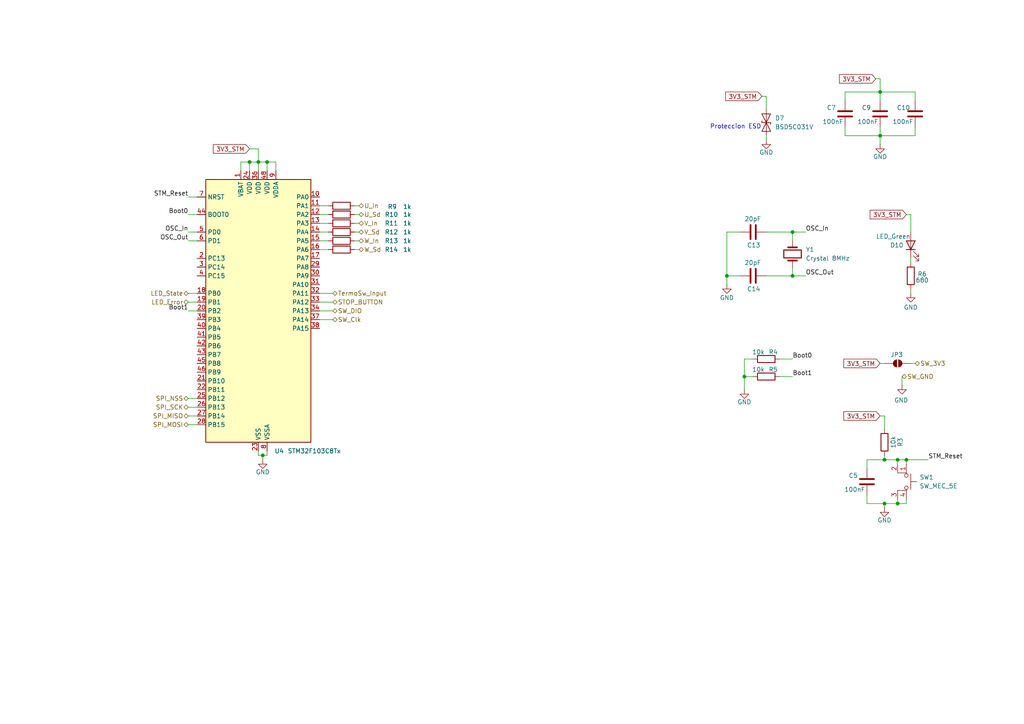
<source format=kicad_sch>
(kicad_sch (version 20250114) (generator "eeschema") (generator_version "9.0")
  (paper "A4")
  (title_block (title "Variador de frecuencia LVDC") (date "2025-08-05") (rev "0") (company "Andrenacci - Carra"))
  (lib_symbols
    (symbol "Device:C" (pin_numbers (hide yes)) (pin_names (offset 0.254))
      (property "Reference" "C" (at 0.635 2.54 0))
      (property "Value" "C" (at 0.635 -2.54 0))
      (symbol "C_0_1"
        (polyline (pts (xy -2.032 0.762) (xy 2.032 0.762)) (stroke (width 0.508)))
        (polyline (pts (xy -2.032 -0.762) (xy 2.032 -0.762)) (stroke (width 0.508)))
      )
      (symbol "C_1_1"
        (pin passive line (at 0 3.81 270) (length 2.794) (name "~") (number "1"))
        (pin passive line (at 0 -3.81 90) (length 2.794) (name "~") (number "2"))
      )
    )
    (symbol "Device:Crystal" (pin_numbers (hide yes)) (pin_names (offset 1.016) (hide yes))
      (property "Reference" "Y" (at 0 3.81 0))
      (property "Value" "Crystal" (at 0 -3.81 0))
      (symbol "Crystal_0_1"
        (polyline (pts (xy -2.54 0) (xy -1.905 0)))
        (polyline (pts (xy -1.905 -1.27) (xy -1.905 1.27)) (stroke (width 0.508)))
        (rectangle (start -1.143 2.54) (end 1.143 -2.54) (stroke (width 0.3048)))
        (polyline (pts (xy 1.905 -1.27) (xy 1.905 1.27)) (stroke (width 0.508)))
        (polyline (pts (xy 2.54 0) (xy 1.905 0)))
      )
      (symbol "Crystal_1_1"
        (pin passive line (at -3.81 0 0) (length 1.27) (name "1") (number "1"))
        (pin passive line (at 3.81 0 180) (length 1.27) (name "2") (number "2"))
      )
    )
    (symbol "Device:LED" (pin_numbers (hide yes)) (pin_names (offset 1.016) (hide yes))
      (property "Reference" "D" (at 0 2.54 0))
      (property "Value" "LED" (at 0 -2.54 0))
      (symbol "LED_0_1"
        (polyline (pts (xy -3.048 -0.762) (xy -4.572 -2.286) (xy -3.81 -2.286) (xy -4.572 -2.286) (xy -4.572 -1.524)))
        (polyline (pts (xy -1.778 -0.762) (xy -3.302 -2.286) (xy -2.54 -2.286) (xy -3.302 -2.286) (xy -3.302 -1.524)))
        (polyline (pts (xy -1.27 0) (xy 1.27 0)))
        (polyline (pts (xy -1.27 -1.27) (xy -1.27 1.27)) (stroke (width 0.254)))
        (polyline (pts (xy 1.27 -1.27) (xy 1.27 1.27) (xy -1.27 0) (xy 1.27 -1.27)) (stroke (width 0.254)))
      )
      (symbol "LED_1_1"
        (pin passive line (at -3.81 0 0) (length 2.54) (name "K") (number "1"))
        (pin passive line (at 3.81 0 180) (length 2.54) (name "A") (number "2"))
      )
    )
    (symbol "Device:R" (pin_numbers (hide yes)) (pin_names (offset 0))
      (property "Reference" "R" (at 2.032 0 90))
      (property "Value" "R" (at 0 0 90))
      (symbol "R_0_1"
        (rectangle (start -1.016 -2.54) (end 1.016 2.54) (stroke (width 0.254)))
      )
      (symbol "R_1_1"
        (pin passive line (at 0 3.81 270) (length 1.27) (name "~") (number "1"))
        (pin passive line (at 0 -3.81 90) (length 1.27) (name "~") (number "2"))
      )
    )
    (symbol "Diode:SZESD9B5.0ST5G" (pin_numbers (hide yes)) (pin_names (offset 1.016) (hide yes))
      (property "Reference" "D" (at 0 2.54 0))
      (property "Value" "SZESD9B5.0ST5G" (at 0 -2.54 0))
      (symbol "SZESD9B5.0ST5G_0_1"
        (polyline (pts (xy -2.54 -1.27) (xy 0 0) (xy -2.54 1.27) (xy -2.54 -1.27)) (stroke (width 0.2032)))
        (polyline (pts (xy 0.508 1.27) (xy 0 1.27) (xy 0 -1.27) (xy -0.508 -1.27)) (stroke (width 0.2032)))
        (polyline (pts (xy 1.27 0) (xy -1.27 0)))
        (polyline (pts (xy 2.54 1.27) (xy 2.54 -1.27) (xy 0 0) (xy 2.54 1.27)) (stroke (width 0.2032)))
      )
      (symbol "SZESD9B5.0ST5G_1_1"
        (pin passive line (at -3.81 0 0) (length 2.54) (name "A1") (number "1"))
        (pin passive line (at 3.81 0 180) (length 2.54) (name "A2") (number "2"))
      )
    )
    (symbol "Jumper:SolderJumper_2_Open" (pin_numbers (hide yes)) (pin_names (offset 0) (hide yes)) (in_bom no)
      (property "Reference" "JP" (at 0 2.032 0))
      (property "Value" "SolderJumper_2_Open" (at 0 -2.54 0))
      (symbol "SolderJumper_2_Open_0_1"
        (polyline (pts (xy -0.254 1.016) (xy -0.254 -1.016)))
        (arc (start -0.254 -1.016) (mid -1.2656 0) (end -0.254 1.016))
        (arc (start -0.254 -1.016) (mid -1.2656 0) (end -0.254 1.016) (fill (type outline)))
        (arc (start 0.254 1.016) (mid 1.2656 0) (end 0.254 -1.016))
        (arc (start 0.254 1.016) (mid 1.2656 0) (end 0.254 -1.016) (fill (type outline)))
        (polyline (pts (xy 0.254 1.016) (xy 0.254 -1.016)))
      )
      (symbol "SolderJumper_2_Open_1_1"
        (pin passive line (at -3.81 0 0) (length 2.54) (name "A") (number "1"))
        (pin passive line (at 3.81 0 180) (length 2.54) (name "B") (number "2"))
      )
    )
    (symbol "MCU_ST_STM32F1:STM32F103C8Tx"
      (property "Reference" "U" (at -15.24 39.37 0))
      (property "Value" "STM32F103C8Tx" (at 7.62 39.37 0))
      (symbol "STM32F103C8Tx_0_1"
        (rectangle (start -15.24 -38.1) (end 15.24 38.1) (stroke (width 0.254)) (fill (type background)))
      )
      (symbol "STM32F103C8Tx_1_1"
        (pin input line (at -17.78 33.02 0) (length 2.54) (name "NRST") (number "7"))
        (pin input line (at -17.78 27.94 0) (length 2.54) (name "BOOT0") (number "44"))
        (pin bidirectional line (at -17.78 22.86 0) (length 2.54) (name "PD0") (number "5"))
        (pin bidirectional line (at -17.78 20.32 0) (length 2.54) (name "PD1") (number "6"))
        (pin bidirectional line (at -17.78 15.24 0) (length 2.54) (name "PC13") (number "2"))
        (pin bidirectional line (at -17.78 12.7 0) (length 2.54) (name "PC14") (number "3"))
        (pin bidirectional line (at -17.78 10.16 0) (length 2.54) (name "PC15") (number "4"))
        (pin bidirectional line (at -17.78 5.08 0) (length 2.54) (name "PB0") (number "18"))
        (pin bidirectional line (at -17.78 2.54 0) (length 2.54) (name "PB1") (number "19"))
        (pin bidirectional line (at -17.78 0 0) (length 2.54) (name "PB2") (number "20"))
        (pin bidirectional line (at -17.78 -2.54 0) (length 2.54) (name "PB3") (number "39"))
        (pin bidirectional line (at -17.78 -5.08 0) (length 2.54) (name "PB4") (number "40"))
        (pin bidirectional line (at -17.78 -7.62 0) (length 2.54) (name "PB5") (number "41"))
        (pin bidirectional line (at -17.78 -10.16 0) (length 2.54) (name "PB6") (number "42"))
        (pin bidirectional line (at -17.78 -12.7 0) (length 2.54) (name "PB7") (number "43"))
        (pin bidirectional line (at -17.78 -15.24 0) (length 2.54) (name "PB8") (number "45"))
        (pin bidirectional line (at -17.78 -17.78 0) (length 2.54) (name "PB9") (number "46"))
        (pin bidirectional line (at -17.78 -20.32 0) (length 2.54) (name "PB10") (number "21"))
        (pin bidirectional line (at -17.78 -22.86 0) (length 2.54) (name "PB11") (number "22"))
        (pin bidirectional line (at -17.78 -25.4 0) (length 2.54) (name "PB12") (number "25"))
        (pin bidirectional line (at -17.78 -27.94 0) (length 2.54) (name "PB13") (number "26"))
        (pin bidirectional line (at -17.78 -30.48 0) (length 2.54) (name "PB14") (number "27"))
        (pin bidirectional line (at -17.78 -33.02 0) (length 2.54) (name "PB15") (number "28"))
        (pin power_in line (at -5.08 40.64 270) (length 2.54) (name "VBAT") (number "1"))
        (pin power_in line (at -2.54 40.64 270) (length 2.54) (name "VDD") (number "24"))
        (pin power_in line (at 0 40.64 270) (length 2.54) (name "VDD") (number "36"))
        (pin power_in line (at 0 -40.64 90) (length 2.54) (name "VSS") (number "23"))
        (pin passive line (at 0 -40.64 90) (length 2.54) (hide yes) (name "VSS") (number "35"))
        (pin passive line (at 0 -40.64 90) (length 2.54) (hide yes) (name "VSS") (number "47"))
        (pin power_in line (at 2.54 40.64 270) (length 2.54) (name "VDD") (number "48"))
        (pin power_in line (at 2.54 -40.64 90) (length 2.54) (name "VSSA") (number "8"))
        (pin power_in line (at 5.08 40.64 270) (length 2.54) (name "VDDA") (number "9"))
        (pin bidirectional line (at 17.78 33.02 180) (length 2.54) (name "PA0") (number "10"))
        (pin bidirectional line (at 17.78 30.48 180) (length 2.54) (name "PA1") (number "11"))
        (pin bidirectional line (at 17.78 27.94 180) (length 2.54) (name "PA2") (number "12"))
        (pin bidirectional line (at 17.78 25.4 180) (length 2.54) (name "PA3") (number "13"))
        (pin bidirectional line (at 17.78 22.86 180) (length 2.54) (name "PA4") (number "14"))
        (pin bidirectional line (at 17.78 20.32 180) (length 2.54) (name "PA5") (number "15"))
        (pin bidirectional line (at 17.78 17.78 180) (length 2.54) (name "PA6") (number "16"))
        (pin bidirectional line (at 17.78 15.24 180) (length 2.54) (name "PA7") (number "17"))
        (pin bidirectional line (at 17.78 12.7 180) (length 2.54) (name "PA8") (number "29"))
        (pin bidirectional line (at 17.78 10.16 180) (length 2.54) (name "PA9") (number "30"))
        (pin bidirectional line (at 17.78 7.62 180) (length 2.54) (name "PA10") (number "31"))
        (pin bidirectional line (at 17.78 5.08 180) (length 2.54) (name "PA11") (number "32"))
        (pin bidirectional line (at 17.78 2.54 180) (length 2.54) (name "PA12") (number "33"))
        (pin bidirectional line (at 17.78 0 180) (length 2.54) (name "PA13") (number "34"))
        (pin bidirectional line (at 17.78 -2.54 180) (length 2.54) (name "PA14") (number "37"))
        (pin bidirectional line (at 17.78 -5.08 180) (length 2.54) (name "PA15") (number "38"))
      )
    )
    (symbol "Switch:SW_MEC_5E" (pin_names (offset 1.016) (hide yes))
      (property "Reference" "SW" (at 0.635 5.715 0))
      (property "Value" "SW_MEC_5E" (at 0 -3.175 0))
      (symbol "SW_MEC_5E_0_1"
        (polyline (pts (xy -2.54 0) (xy -2.54 2.54) (xy -2.286 2.54)))
        (polyline (pts (xy -2.286 3.81) (xy 2.286 3.81)))
        (circle (center -1.778 2.54) (radius 0.508))
        (polyline (pts (xy 0 3.81) (xy 0 5.588)))
        (circle (center 1.778 2.54) (radius 0.508))
        (polyline (pts (xy 2.54 0) (xy 2.54 2.54) (xy 2.286 2.54)))
        (pin passive line (at -5.08 2.54 0) (length 2.54) (name "1") (number "1"))
        (pin passive line (at -5.08 0 0) (length 2.54) (name "2") (number "2"))
        (pin passive line (at 5.08 2.54 180) (length 2.54) (name "A") (number "4"))
        (pin passive line (at 5.08 0 180) (length 2.54) (name "K") (number "3"))
      )
    )
    (symbol "power:GND" (power) (pin_numbers (hide yes)) (pin_names (offset 0) (hide yes))
      (property "Value" "GND" (at 0 -3.81 0))
      (symbol "GND_0_1"
        (polyline (pts (xy 0 0) (xy 0 -1.27) (xy 1.27 -1.27) (xy 0 -2.54) (xy -1.27 -1.27) (xy 0 -1.27)))
      )
      (symbol "GND_1_1"
        (pin power_in line (at 0 0 270) (length 0) (name "~") (number "1"))
      )
    )
  )
  (text "Proteccion ESD" (at 213.36 36.83 0) (effects (font (size 1.27 1.27))))
  (junction (at 260.35 146.05))
  (junction (at 77.47 46.99))
  (junction (at 210.82 80.01))
  (junction (at 256.54 146.05))
  (junction (at 255.27 39.37))
  (junction (at 260.35 133.35))
  (junction (at 255.27 26.67))
  (junction (at 74.93 46.99))
  (junction (at 76.2 132.08))
  (junction (at 256.54 133.35))
  (junction (at 262.89 133.35))
  (junction (at 229.87 80.01))
  (junction (at 72.39 46.99))
  (junction (at 229.87 67.31))
  (junction (at 215.9 109.22))
  (wire (pts (xy 255.27 26.67) (xy 245.11 26.67)))
  (wire (pts (xy 262.89 133.35) (xy 269.24 133.35)))
  (wire (pts (xy 256.54 132.08) (xy 256.54 133.35)))
  (wire (pts (xy 255.27 39.37) (xy 255.27 36.83)))
  (wire (pts (xy 95.25 67.31) (xy 92.71 67.31)))
  (wire (pts (xy 229.87 67.31) (xy 229.87 69.85)))
  (wire (pts (xy 104.14 69.85) (xy 102.87 69.85)))
  (wire (pts (xy 104.14 67.31) (xy 102.87 67.31)))
  (wire (pts (xy 255.27 29.21) (xy 255.27 26.67)))
  (wire (pts (xy 69.85 46.99) (xy 72.39 46.99)))
  (wire (pts (xy 74.93 132.08) (xy 76.2 132.08)))
  (wire (pts (xy 96.52 92.71) (xy 92.71 92.71)))
  (wire (pts (xy 256.54 133.35) (xy 260.35 133.35)))
  (wire (pts (xy 229.87 67.31) (xy 233.68 67.31)))
  (wire (pts (xy 54.61 62.23) (xy 57.15 62.23)))
  (wire (pts (xy 245.11 39.37) (xy 255.27 39.37)))
  (wire (pts (xy 74.93 43.18) (xy 74.93 46.99)))
  (wire (pts (xy 95.25 64.77) (xy 92.71 64.77)))
  (wire (pts (xy 74.93 130.81) (xy 74.93 132.08)))
  (wire (pts (xy 80.01 46.99) (xy 77.47 46.99)))
  (wire (pts (xy 54.61 67.31) (xy 57.15 67.31)))
  (wire (pts (xy 96.52 85.09) (xy 92.71 85.09)))
  (wire (pts (xy 72.39 46.99) (xy 74.93 46.99)))
  (wire (pts (xy 264.16 74.93) (xy 264.16 76.2)))
  (wire (pts (xy 95.25 72.39) (xy 92.71 72.39)))
  (wire (pts (xy 77.47 132.08) (xy 76.2 132.08)))
  (wire (pts (xy 222.25 80.01) (xy 229.87 80.01)))
  (wire (pts (xy 260.35 146.05) (xy 262.89 146.05)))
  (wire (pts (xy 265.43 29.21) (xy 265.43 26.67)))
  (wire (pts (xy 104.14 59.69) (xy 102.87 59.69)))
  (wire (pts (xy 96.52 87.63) (xy 92.71 87.63)))
  (wire (pts (xy 54.61 69.85) (xy 57.15 69.85)))
  (wire (pts (xy 54.61 85.09) (xy 57.15 85.09)))
  (wire (pts (xy 54.61 115.57) (xy 57.15 115.57)))
  (wire (pts (xy 54.61 90.17) (xy 57.15 90.17)))
  (wire (pts (xy 251.46 146.05) (xy 256.54 146.05)))
  (wire (pts (xy 215.9 109.22) (xy 218.44 109.22)))
  (wire (pts (xy 218.44 104.14) (xy 215.9 104.14)))
  (wire (pts (xy 256.54 120.65) (xy 256.54 124.46)))
  (wire (pts (xy 256.54 147.32) (xy 256.54 146.05)))
  (wire (pts (xy 264.16 62.23) (xy 264.16 67.31)))
  (wire (pts (xy 226.06 109.22) (xy 229.87 109.22)))
  (wire (pts (xy 210.82 80.01) (xy 210.82 67.31)))
  (wire (pts (xy 220.98 27.94) (xy 222.25 27.94)))
  (wire (pts (xy 95.25 62.23) (xy 92.71 62.23)))
  (wire (pts (xy 210.82 67.31) (xy 214.63 67.31)))
  (wire (pts (xy 262.89 144.78) (xy 262.89 146.05)))
  (wire (pts (xy 210.82 82.55) (xy 210.82 80.01)))
  (wire (pts (xy 72.39 49.53) (xy 72.39 46.99)))
  (wire (pts (xy 76.2 132.08) (xy 76.2 133.35)))
  (wire (pts (xy 260.35 144.78) (xy 260.35 146.05)))
  (wire (pts (xy 96.52 90.17) (xy 92.71 90.17)))
  (wire (pts (xy 77.47 46.99) (xy 77.47 49.53)))
  (wire (pts (xy 54.61 118.11) (xy 57.15 118.11)))
  (wire (pts (xy 264.16 105.41) (xy 265.43 105.41)))
  (wire (pts (xy 265.43 26.67) (xy 255.27 26.67)))
  (wire (pts (xy 229.87 80.01) (xy 233.68 80.01)))
  (wire (pts (xy 264.16 83.82) (xy 264.16 85.09)))
  (wire (pts (xy 265.43 36.83) (xy 265.43 39.37)))
  (wire (pts (xy 229.87 77.47) (xy 229.87 80.01)))
  (wire (pts (xy 210.82 80.01) (xy 214.63 80.01)))
  (wire (pts (xy 69.85 46.99) (xy 69.85 49.53)))
  (wire (pts (xy 104.14 64.77) (xy 102.87 64.77)))
  (wire (pts (xy 262.89 133.35) (xy 262.89 134.62)))
  (wire (pts (xy 222.25 67.31) (xy 229.87 67.31)))
  (wire (pts (xy 226.06 104.14) (xy 229.87 104.14)))
  (wire (pts (xy 265.43 39.37) (xy 255.27 39.37)))
  (wire (pts (xy 255.27 105.41) (xy 256.54 105.41)))
  (wire (pts (xy 54.61 120.65) (xy 57.15 120.65)))
  (wire (pts (xy 74.93 46.99) (xy 77.47 46.99)))
  (wire (pts (xy 104.14 62.23) (xy 102.87 62.23)))
  (wire (pts (xy 77.47 130.81) (xy 77.47 132.08)))
  (wire (pts (xy 260.35 133.35) (xy 262.89 133.35)))
  (wire (pts (xy 102.87 72.39) (xy 104.14 72.39)))
  (wire (pts (xy 260.35 133.35) (xy 260.35 134.62)))
  (wire (pts (xy 72.39 43.18) (xy 74.93 43.18)))
  (wire (pts (xy 245.11 26.67) (xy 245.11 29.21)))
  (wire (pts (xy 256.54 146.05) (xy 260.35 146.05)))
  (wire (pts (xy 255.27 22.86) (xy 255.27 26.67)))
  (wire (pts (xy 251.46 133.35) (xy 251.46 135.89)))
  (wire (pts (xy 54.61 57.15) (xy 57.15 57.15)))
  (wire (pts (xy 262.89 62.23) (xy 264.16 62.23)))
  (wire (pts (xy 215.9 109.22) (xy 215.9 113.03)))
  (wire (pts (xy 222.25 39.37) (xy 222.25 40.64)))
  (wire (pts (xy 215.9 104.14) (xy 215.9 109.22)))
  (wire (pts (xy 261.62 109.22) (xy 261.62 111.76)))
  (wire (pts (xy 245.11 36.83) (xy 245.11 39.37)))
  (wire (pts (xy 74.93 46.99) (xy 74.93 49.53)))
  (wire (pts (xy 80.01 49.53) (xy 80.01 46.99)))
  (wire (pts (xy 54.61 87.63) (xy 57.15 87.63)))
  (wire (pts (xy 255.27 120.65) (xy 256.54 120.65)))
  (wire (pts (xy 251.46 146.05) (xy 251.46 143.51)))
  (wire (pts (xy 95.25 69.85) (xy 92.71 69.85)))
  (wire (pts (xy 222.25 27.94) (xy 222.25 31.75)))
  (wire (pts (xy 255.27 41.91) (xy 255.27 39.37)))
  (wire (pts (xy 251.46 133.35) (xy 256.54 133.35)))
  (wire (pts (xy 54.61 123.19) (xy 57.15 123.19)))
  (wire (pts (xy 254 22.86) (xy 255.27 22.86)))
  (wire (pts (xy 92.71 59.69) (xy 95.25 59.69)))
  (label "OSC_Out" (at 233.68 80.01 0))
  (label "Boot1" (at 229.87 109.22 0))
  (label "OSC_In" (at 54.61 67.31 180))
  (label "Boot0" (at 229.87 104.14 0))
  (label "OSC_Out" (at 54.61 69.85 180))
  (label "OSC_In" (at 233.68 67.31 0))
  (label "Boot1" (at 54.61 90.17 180))
  (label "STM_Reset" (at 54.61 57.15 180))
  (label "STM_Reset" (at 269.24 133.35 0))
  (label "Boot0" (at 54.61 62.23 180))
  (global_label "3V3_STM" (shape input) (at 262.89 62.23 180) (property "Intersheetrefs" "${INTERSHEET_REFS}" (effects (hide yes))))
  (global_label "3V3_STM" (shape input) (at 254 22.86 180) (property "Intersheetrefs" "${INTERSHEET_REFS}" (effects (hide yes))))
  (global_label "3V3_STM" (shape input) (at 220.98 27.94 180) (property "Intersheetrefs" "${INTERSHEET_REFS}" (effects (hide yes))))
  (global_label "3V3_STM" (shape input) (at 255.27 105.41 180) (property "Intersheetrefs" "${INTERSHEET_REFS}" (effects (hide yes))))
  (global_label "3V3_STM" (shape input) (at 72.39 43.18 180) (property "Intersheetrefs" "${INTERSHEET_REFS}" (effects (hide yes))))
  (global_label "3V3_STM" (shape input) (at 255.27 120.65 180) (property "Intersheetrefs" "${INTERSHEET_REFS}" (effects (hide yes))))
  (hierarchical_label "STOP_BUTTON" (shape bidirectional) (at 96.52 87.63 0))
  (hierarchical_label "SW_Clk" (shape bidirectional) (at 96.52 92.71 0))
  (hierarchical_label "W_Sd" (shape bidirectional) (at 104.14 72.39 0))
  (hierarchical_label "LED_State" (shape bidirectional) (at 54.61 85.09 180))
  (hierarchical_label "SPI_NSS" (shape bidirectional) (at 54.61 115.57 180))
  (hierarchical_label "V_In" (shape bidirectional) (at 104.14 64.77 0))
  (hierarchical_label "LED_Error" (shape bidirectional) (at 54.61 87.63 180))
  (hierarchical_label "SW_GND" (shape bidirectional) (at 261.62 109.22 0))
  (hierarchical_label "SW_DIO" (shape bidirectional) (at 96.52 90.17 0))
  (hierarchical_label "V_Sd" (shape bidirectional) (at 104.14 67.31 0))
  (hierarchical_label "SPI_MOSI" (shape bidirectional) (at 54.61 123.19 180))
  (hierarchical_label "TermoSw_Input" (shape bidirectional) (at 96.52 85.09 0))
  (hierarchical_label "SPI_MISO" (shape bidirectional) (at 54.61 120.65 180))
  (hierarchical_label "SPI_SCK" (shape bidirectional) (at 54.61 118.11 180))
  (hierarchical_label "W_In" (shape bidirectional) (at 104.14 69.85 0))
  (hierarchical_label "U_Sd" (shape bidirectional) (at 104.14 62.23 0))
  (hierarchical_label "SW_3V3" (shape bidirectional) (at 265.43 105.41 0))
  (hierarchical_label "U_In" (shape bidirectional) (at 104.14 59.69 0))
  (symbol (lib_id "power:GND") (at 264.16 85.09 0) (unit 1)
    (property "Reference" "#PWR028" (effects (hide yes)))
    (property "Value" "GND" (at 264.16 89.154 0))
    (property "Description" "Power symbol creates a global label with name \"GND\" , ground" (effects (hide yes)))
  )
  (symbol (lib_id "power:GND") (at 261.62 111.76 0) (unit 1)
    (property "Reference" "#PWR024" (effects (hide yes)))
    (property "Value" "GND" (at 261.366 116.078 0))
    (property "Description" "Power symbol creates a global label with name \"GND\" , ground" (effects (hide yes)))
  )
  (symbol (lib_id "Device:R") (at 99.06 64.77 90) (unit 1)
    (property "Reference" "R11" (at 113.538 64.77 90))
    (property "Value" "1k" (at 118.11 64.77 90))
    (property "Footprint" "Resistor_SMD:R_0603_1608Metric_Pad0.98x0.95mm_HandSolder" (effects (hide yes)))
    (property "Description" "Resistor" (effects (hide yes)))
  )
  (symbol (lib_id "Device:R") (at 256.54 128.27 0) (unit 1)
    (property "Reference" "R3" (at 261.112 128.27 90))
    (property "Value" "10k" (at 259.08 128.27 90))
    (property "Footprint" "Resistor_SMD:R_0603_1608Metric_Pad0.98x0.95mm_HandSolder" (effects (hide yes)))
    (property "Description" "Resistor" (effects (hide yes)))
  )
  (symbol (lib_id "power:GND") (at 256.54 147.32 0) (unit 1)
    (property "Reference" "#PWR018" (effects (hide yes)))
    (property "Value" "GND" (at 256.54 150.876 0))
    (property "Description" "Power symbol creates a global label with name \"GND\" , ground" (effects (hide yes)))
  )
  (symbol (lib_id "power:GND") (at 222.25 40.64 0) (unit 1)
    (property "Reference" "#PWR017" (effects (hide yes)))
    (property "Value" "GND" (at 222.25 44.196 0))
    (property "Description" "Power symbol creates a global label with name \"GND\" , ground" (effects (hide yes)))
  )
  (symbol (lib_id "Device:C") (at 218.44 80.01 270) (unit 1)
    (property "Reference" "C14" (at 216.662 83.82 90) (effects (justify left)))
    (property "Value" "20pF" (at 215.9 76.2 90) (effects (justify left)))
    (property "Footprint" "Capacitor_SMD:C_0603_1608Metric_Pad1.08x0.95mm_HandSolder" (effects (hide yes)))
    (property "Description" "Unpolarized capacitor" (effects (hide yes)))
  )
  (symbol (lib_id "power:GND") (at 76.2 133.35 0) (unit 1)
    (property "Reference" "#PWR023" (effects (hide yes)))
    (property "Value" "GND" (at 76.2 136.906 0))
    (property "Description" "Power symbol creates a global label with name \"GND\" , ground" (effects (hide yes)))
  )
  (symbol (lib_id "Device:R") (at 264.16 80.01 0) (unit 1)
    (property "Reference" "R6" (at 267.462 79.502 0))
    (property "Value" "680" (at 267.462 81.28 0))
    (property "Footprint" "Resistor_SMD:R_0603_1608Metric_Pad0.98x0.95mm_HandSolder" (effects (hide yes)))
    (property "Description" "Resistor" (effects (hide yes)))
  )
  (symbol (lib_id "Device:R") (at 222.25 109.22 90) (unit 1)
    (property "Reference" "R5" (at 224.282 107.188 90))
    (property "Value" "10k" (at 219.964 107.188 90))
    (property "Footprint" "Resistor_SMD:R_0603_1608Metric_Pad0.98x0.95mm_HandSolder" (effects (hide yes)))
    (property "Description" "Resistor" (effects (hide yes)))
  )
  (symbol (lib_id "MCU_ST_STM32F1:STM32F103C8Tx") (at 74.93 90.17 0) (unit 1)
    (property "Reference" "U4" (at 79.6133 130.81 0) (effects (justify left)))
    (property "Value" "STM32F103C8Tx" (at 83.4233 130.81 0) (effects (justify left)))
    (property "Footprint" "Package_QFP:LQFP-48_7x7mm_P0.5mm" (effects (hide yes)))
    (property "Datasheet" "https://www.st.com/resource/en/datasheet/stm32f103c8.pdf" (effects (hide yes)))
    (property "Description" "STMicroelectronics Arm Cortex-M3 MCU, 64KB flash, 20KB RAM, 72 MHz, 2.0-3.6V, 37 GPIO, LQFP48" (effects (hide yes)))
  )
  (symbol (lib_id "Device:R") (at 99.06 67.31 90) (unit 1)
    (property "Reference" "R12" (at 113.538 67.31 90))
    (property "Value" "1k" (at 118.11 67.31 90))
    (property "Footprint" "Resistor_SMD:R_0603_1608Metric_Pad0.98x0.95mm_HandSolder" (effects (hide yes)))
    (property "Description" "Resistor" (effects (hide yes)))
  )
  (symbol (lib_id "Device:R") (at 99.06 69.85 90) (unit 1)
    (property "Reference" "R13" (at 113.538 69.85 90))
    (property "Value" "1k" (at 118.11 69.85 90))
    (property "Footprint" "Resistor_SMD:R_0603_1608Metric_Pad0.98x0.95mm_HandSolder" (effects (hide yes)))
    (property "Description" "Resistor" (effects (hide yes)))
  )
  (symbol (lib_id "Device:C") (at 245.11 33.02 0) (unit 1)
    (property "Reference" "C7" (at 239.776 31.242 0) (effects (justify left)))
    (property "Value" "100nF" (at 238.506 35.306 0) (effects (justify left)))
    (property "Footprint" "Capacitor_SMD:C_0603_1608Metric_Pad1.08x0.95mm_HandSolder" (effects (hide yes)))
    (property "Description" "Unpolarized capacitor" (effects (hide yes)))
  )
  (symbol (lib_id "Device:C") (at 251.46 139.7 0) (unit 1)
    (property "Reference" "C5" (at 246.126 137.922 0) (effects (justify left)))
    (property "Value" "100nF" (at 244.856 141.986 0) (effects (justify left)))
    (property "Footprint" "Capacitor_SMD:C_0603_1608Metric_Pad1.08x0.95mm_HandSolder" (effects (hide yes)))
    (property "Description" "Unpolarized capacitor" (effects (hide yes)))
  )
  (symbol (lib_id "Device:C") (at 255.27 33.02 0) (unit 1)
    (property "Reference" "C9" (at 249.936 31.242 0) (effects (justify left)))
    (property "Value" "100nF" (at 248.666 35.306 0) (effects (justify left)))
    (property "Footprint" "Capacitor_SMD:C_0603_1608Metric_Pad1.08x0.95mm_HandSolder" (effects (hide yes)))
    (property "Description" "Unpolarized capacitor" (effects (hide yes)))
  )
  (symbol (lib_id "power:GND") (at 215.9 113.03 0) (unit 1)
    (property "Reference" "#PWR020" (effects (hide yes)))
    (property "Value" "GND" (at 215.9 116.586 0))
    (property "Description" "Power symbol creates a global label with name \"GND\" , ground" (effects (hide yes)))
  )
  (symbol (lib_id "Device:R") (at 222.25 104.14 90) (unit 1)
    (property "Reference" "R4" (at 224.282 102.108 90))
    (property "Value" "10k" (at 219.964 102.108 90))
    (property "Footprint" "Resistor_SMD:R_0603_1608Metric_Pad0.98x0.95mm_HandSolder" (effects (hide yes)))
    (property "Description" "Resistor" (effects (hide yes)))
  )
  (symbol (lib_id "Switch:SW_MEC_5E") (at 260.35 139.7 270) (unit 1)
    (property "Reference" "SW1" (at 266.7 138.4299 90) (effects (justify left)))
    (property "Value" "SW_MEC_5E" (at 266.7 140.9699 90) (effects (justify left)))
    (property "Footprint" "TatilSwitch:Vertical SPST SMD Tactile Switches" (effects (hide yes)))
    (property "Datasheet" "http://www.apem.com/int/index.php?controller=attachment&id_attachment=1371" (effects (hide yes)))
    (property "Description" "MEC 5E single pole normally-open tactile switch" (effects (hide yes)))
  )
  (symbol (lib_id "Device:R") (at 99.06 62.23 90) (unit 1)
    (property "Reference" "R10" (at 113.538 62.23 90))
    (property "Value" "1k" (at 118.11 62.23 90))
    (property "Footprint" "Resistor_SMD:R_0603_1608Metric_Pad0.98x0.95mm_HandSolder" (effects (hide yes)))
    (property "Description" "Resistor" (effects (hide yes)))
  )
  (symbol (lib_id "power:GND") (at 210.82 82.55 0) (unit 1)
    (property "Reference" "#PWR022" (effects (hide yes)))
    (property "Value" "GND" (at 210.82 86.36 0))
    (property "Description" "Power symbol creates a global label with name \"GND\" , ground" (effects (hide yes)))
  )
  (symbol (lib_id "Device:C") (at 218.44 67.31 270) (unit 1)
    (property "Reference" "C13" (at 216.662 71.12 90) (effects (justify left)))
    (property "Value" "20pF" (at 215.9 63.5 90) (effects (justify left)))
    (property "Footprint" "Capacitor_SMD:C_0603_1608Metric_Pad1.08x0.95mm_HandSolder" (effects (hide yes)))
    (property "Description" "Unpolarized capacitor" (effects (hide yes)))
  )
  (symbol (lib_id "Device:R") (at 99.06 72.39 90) (unit 1)
    (property "Reference" "R14" (at 113.538 72.39 90))
    (property "Value" "1k" (at 118.11 72.39 90))
    (property "Footprint" "Resistor_SMD:R_0603_1608Metric_Pad0.98x0.95mm_HandSolder" (effects (hide yes)))
    (property "Description" "Resistor" (effects (hide yes)))
  )
  (symbol (lib_id "Device:Crystal") (at 229.87 73.66 90) (unit 1)
    (property "Reference" "Y1" (at 233.68 72.3899 90) (effects (justify right)))
    (property "Value" "Crystal 8MHz" (at 233.68 74.9299 90) (effects (justify right)))
    (property "Footprint" "Crystal:Crystal_SMD_HC49-SD" (effects (hide yes)))
    (property "Description" "Two pin crystal" (effects (hide yes)))
  )
  (symbol (lib_id "power:GND") (at 255.27 41.91 0) (unit 1)
    (property "Reference" "#PWR019" (effects (hide yes)))
    (property "Value" "GND" (at 255.27 45.466 0))
    (property "Description" "Power symbol creates a global label with name \"GND\" , ground" (effects (hide yes)))
  )
  (symbol (lib_id "Device:R") (at 99.06 59.69 90) (unit 1)
    (property "Reference" "R9" (at 113.792 59.944 90))
    (property "Value" "1k" (at 118.11 59.944 90))
    (property "Footprint" "Resistor_SMD:R_0603_1608Metric_Pad0.98x0.95mm_HandSolder" (effects (hide yes)))
    (property "Description" "Resistor" (effects (hide yes)))
  )
  (symbol (lib_id "Device:LED") (at 264.16 71.12 90) (unit 1)
    (property "Reference" "D10" (at 260.096 71.12 90))
    (property "Value" "LED_Green" (at 259.08 68.58 90))
    (property "Footprint" "LED_SMD:LED_0603_1608Metric_Pad1.05x0.95mm_HandSolder" (effects (hide yes)))
    (property "Description" "Light emitting diode" (effects (hide yes)))
    (property "Sim.Pins" "1=K 2=A" (effects (hide yes)))
  )
  (symbol (lib_id "Jumper:SolderJumper_2_Open") (at 260.35 105.41 0) (unit 1) (in_bom no)
    (property "Reference" "JP3" (at 260.096 102.87 0))
    (property "Value" "SolderJumper_2_Open" (effects (hide yes)))
    (property "Footprint" "Jumper:SolderJumper-2_P1.3mm_Open_RoundedPad1.0x1.5mm" (effects (hide yes)))
    (property "Description" "Solder Jumper, 2-pole, open" (effects (hide yes)))
  )
  (symbol (lib_id "Device:C") (at 265.43 33.02 0) (unit 1)
    (property "Reference" "C10" (at 260.096 31.242 0) (effects (justify left)))
    (property "Value" "100nF" (at 258.826 35.306 0) (effects (justify left)))
    (property "Footprint" "Capacitor_SMD:C_0603_1608Metric_Pad1.08x0.95mm_HandSolder" (effects (hide yes)))
    (property "Description" "Unpolarized capacitor" (effects (hide yes)))
  )
  (symbol (lib_id "Diode:SZESD9B5.0ST5G") (at 222.25 35.56 90) (unit 1)
    (property "Reference" "D7" (at 224.79 34.2899 90) (effects (justify right)))
    (property "Value" "BSD5C031V" (at 224.79 36.8299 90) (effects (justify right)))
    (property "Footprint" "Diode_SMD:D_SOD-523" (effects (hide yes)))
    (property "Datasheet" "https://www.onsemi.com/pub/Collateral/ESD9B-D.PDF" (effects (hide yes)))
    (property "Description" "ESD protection diode, 5.0Vrwm, SOD-923" (effects (hide yes)))
  )
)
</source>
